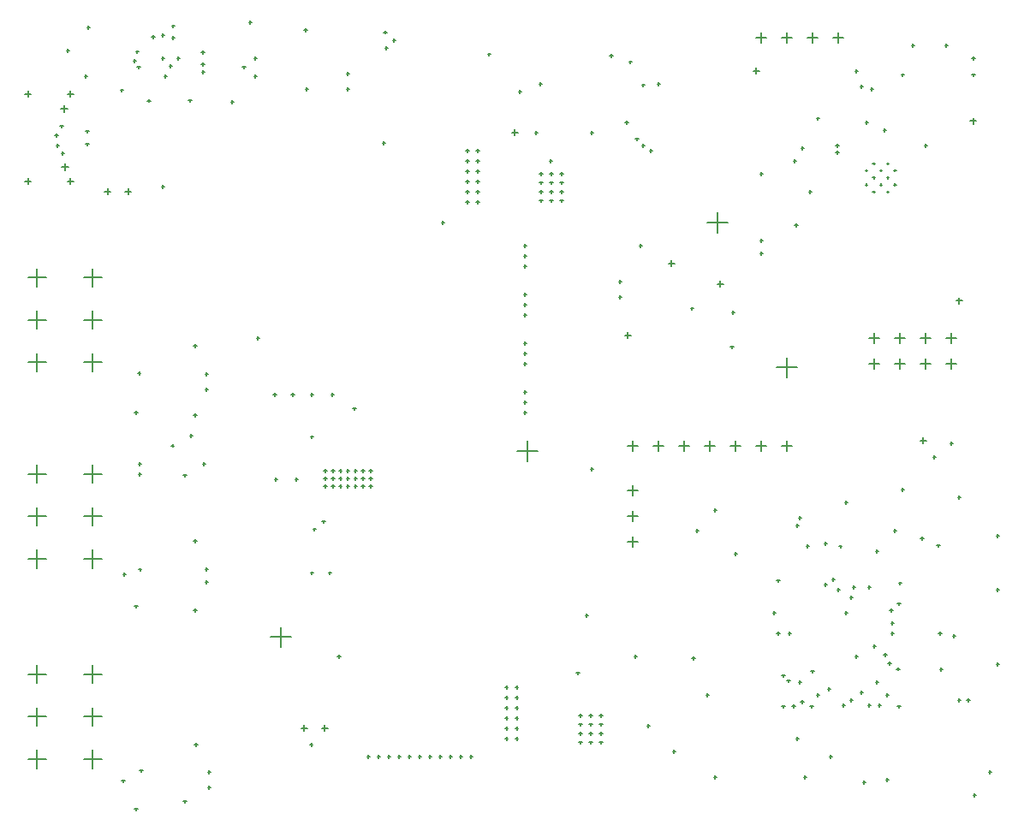
<source format=gbr>
%TF.GenerationSoftware,Altium Limited,Altium Designer,24.4.1 (13)*%
G04 Layer_Color=128*
%FSLAX45Y45*%
%MOMM*%
%TF.SameCoordinates,7BA59CB3-8EBC-4C6A-B4C6-80429C3BB8AE*%
%TF.FilePolarity,Positive*%
%TF.FileFunction,Drillmap*%
%TF.Part,Single*%
G01*
G75*
%TA.AperFunction,NonConductor*%
%ADD96C,0.12700*%
D96*
X3128980Y9862220D02*
X3193980D01*
X3161480Y9829720D02*
Y9894720D01*
X3142200Y9286800D02*
X3207200D01*
X3174700Y9254300D02*
Y9319300D01*
X3194700Y9143800D02*
X3254700D01*
X3224700Y9113800D02*
Y9173800D01*
X3194700Y10007800D02*
X3254700D01*
X3224700Y9977800D02*
Y10037800D01*
X2776700Y9143800D02*
X2836700D01*
X2806700Y9113800D02*
Y9173800D01*
X2776700Y10007800D02*
X2836700D01*
X2806700Y9977800D02*
Y10037800D01*
X8737400Y6527800D02*
X8839400D01*
X8788400Y6476800D02*
Y6578800D01*
X8991400Y6527800D02*
X9093400D01*
X9042400Y6476800D02*
Y6578800D01*
X9245400Y6527800D02*
X9347400D01*
X9296400Y6476800D02*
Y6578800D01*
X9499400Y6527800D02*
X9601400D01*
X9550400Y6476800D02*
Y6578800D01*
X9753400Y6527800D02*
X9855400D01*
X9804400Y6476800D02*
Y6578800D01*
X10007400Y6527800D02*
X10109400D01*
X10058400Y6476800D02*
Y6578800D01*
X10261400Y6527800D02*
X10363400D01*
X10312400Y6476800D02*
Y6578800D01*
X9526600Y8737600D02*
X9726600D01*
X9626600Y8637600D02*
Y8837600D01*
X10212400Y7302500D02*
X10412400D01*
X10312400Y7202500D02*
Y7402500D01*
X5208600Y4635500D02*
X5408600D01*
X5308600Y4535500D02*
Y4735500D01*
X7647000Y6477000D02*
X7847000D01*
X7747000Y6377000D02*
Y6577000D01*
X11299800Y9321800D02*
X11319800D01*
X11309800Y9311800D02*
Y9331800D01*
X11089800Y9111800D02*
X11109800D01*
X11099800Y9101800D02*
Y9121800D01*
X11089800Y9251800D02*
X11109800D01*
X11099800Y9241800D02*
Y9261800D01*
X11229800Y9111800D02*
X11249800D01*
X11239800Y9101800D02*
Y9121800D01*
X11229800Y9251800D02*
X11249800D01*
X11239800Y9241800D02*
Y9261800D01*
X11369800Y9111800D02*
X11389800D01*
X11379800Y9101800D02*
Y9121800D01*
X11369800Y9251800D02*
X11389800D01*
X11379800Y9241800D02*
Y9261800D01*
X11159800Y9041800D02*
X11179800D01*
X11169800Y9031800D02*
Y9051800D01*
X11159800Y9181800D02*
X11179800D01*
X11169800Y9171800D02*
Y9191800D01*
X11159800Y9321800D02*
X11179800D01*
X11169800Y9311800D02*
Y9331800D01*
X11299800Y9041800D02*
X11319800D01*
X11309800Y9031800D02*
Y9051800D01*
X11299800Y9181800D02*
X11319800D01*
X11309800Y9171800D02*
Y9191800D01*
X8737400Y6083300D02*
X8839400D01*
X8788400Y6032300D02*
Y6134300D01*
X8737400Y5829300D02*
X8839400D01*
X8788400Y5778300D02*
Y5880300D01*
X8737400Y5575300D02*
X8839400D01*
X8788400Y5524300D02*
Y5626300D01*
X10769400Y10566400D02*
X10871400D01*
X10820400Y10515400D02*
Y10617400D01*
X10515400Y10566400D02*
X10617400D01*
X10566400Y10515400D02*
Y10617400D01*
X10261400Y10566400D02*
X10363400D01*
X10312400Y10515400D02*
Y10617400D01*
X10007400Y10566400D02*
X10109400D01*
X10058400Y10515400D02*
Y10617400D01*
X11887000Y7594600D02*
X11989000D01*
X11938000Y7543600D02*
Y7645600D01*
X11887000Y7340600D02*
X11989000D01*
X11938000Y7289600D02*
Y7391600D01*
X11633000Y7594600D02*
X11735000D01*
X11684000Y7543600D02*
Y7645600D01*
X11633000Y7340600D02*
X11735000D01*
X11684000Y7289600D02*
Y7391600D01*
X11379000Y7594600D02*
X11481000D01*
X11430000Y7543600D02*
Y7645600D01*
X11379000Y7340600D02*
X11481000D01*
X11430000Y7289600D02*
Y7391600D01*
X11125000Y7594600D02*
X11227000D01*
X11176000Y7543600D02*
Y7645600D01*
X11125000Y7340600D02*
X11227000D01*
X11176000Y7289600D02*
Y7391600D01*
X2805600Y7352400D02*
X2985600D01*
X2895600Y7262400D02*
Y7442400D01*
X2805600Y7772400D02*
X2985600D01*
X2895600Y7682400D02*
Y7862400D01*
X2805600Y8192400D02*
X2985600D01*
X2895600Y8102400D02*
Y8282400D01*
X3355600Y7352400D02*
X3535600D01*
X3445600Y7262400D02*
Y7442400D01*
X3355600Y7772400D02*
X3535600D01*
X3445600Y7682400D02*
Y7862400D01*
X3355600Y8192400D02*
X3535600D01*
X3445600Y8102400D02*
Y8282400D01*
X2805600Y5408400D02*
X2985600D01*
X2895600Y5318400D02*
Y5498400D01*
X2805600Y5828400D02*
X2985600D01*
X2895600Y5738400D02*
Y5918400D01*
X2805600Y6248400D02*
X2985600D01*
X2895600Y6158400D02*
Y6338400D01*
X3355600Y5408400D02*
X3535600D01*
X3445600Y5318400D02*
Y5498400D01*
X3355600Y5828400D02*
X3535600D01*
X3445600Y5738400D02*
Y5918400D01*
X3355600Y6248400D02*
X3535600D01*
X3445600Y6158400D02*
Y6338400D01*
X2805600Y3427200D02*
X2985600D01*
X2895600Y3337200D02*
Y3517200D01*
X2805600Y3847200D02*
X2985600D01*
X2895600Y3757200D02*
Y3937200D01*
X2805600Y4267200D02*
X2985600D01*
X2895600Y4177200D02*
Y4357200D01*
X3355600Y3427200D02*
X3535600D01*
X3445600Y3337200D02*
Y3517200D01*
X3355600Y3847200D02*
X3535600D01*
X3445600Y3757200D02*
Y3937200D01*
X3355600Y4267200D02*
X3535600D01*
X3445600Y4177200D02*
Y4357200D01*
X11999200Y4013200D02*
X12029200D01*
X12014200Y3998200D02*
Y4028200D01*
X12088100Y4013200D02*
X12118100D01*
X12103100Y3998200D02*
Y4028200D01*
X10548284Y4295716D02*
X10578284D01*
X10563284Y4280716D02*
Y4310716D01*
X11792884Y5540316D02*
X11822884D01*
X11807884Y5525316D02*
Y5555316D01*
X11415000Y5168900D02*
X11445000D01*
X11430000Y5153900D02*
Y5183900D01*
X11326100Y4902200D02*
X11356100D01*
X11341100Y4887200D02*
Y4917200D01*
X11402300Y4965700D02*
X11432300D01*
X11417300Y4950700D02*
Y4980700D01*
X10399000Y5740400D02*
X10429000D01*
X10414000Y5725400D02*
Y5755400D01*
X10500600Y5537200D02*
X10530600D01*
X10515600Y5522200D02*
Y5552200D01*
X10792700Y9499600D02*
X10822700D01*
X10807700Y9484600D02*
Y9514600D01*
X10792700Y9429200D02*
X10822700D01*
X10807700Y9414200D02*
Y9444200D01*
X3071100Y9601200D02*
X3101100D01*
X3086100Y9586200D02*
Y9616200D01*
X3083800Y9499600D02*
X3113800D01*
X3098800Y9484600D02*
Y9514600D01*
X10373600Y9347200D02*
X10403600D01*
X10388600Y9332200D02*
Y9362200D01*
X10449800Y9474200D02*
X10479800D01*
X10464800Y9459200D02*
Y9489200D01*
X10602200Y9765716D02*
X10632200D01*
X10617200Y9750716D02*
Y9780716D01*
X3375900Y9512300D02*
X3405900D01*
X3390900Y9497300D02*
Y9527300D01*
X3375900Y9639300D02*
X3405900D01*
X3390900Y9624300D02*
Y9654300D01*
X7706600Y7442200D02*
X7736600D01*
X7721600Y7427200D02*
Y7457200D01*
X7706600Y7543800D02*
X7736600D01*
X7721600Y7528800D02*
Y7558800D01*
X7706600Y7340600D02*
X7736600D01*
X7721600Y7325600D02*
Y7355600D01*
X7706600Y7924800D02*
X7736600D01*
X7721600Y7909800D02*
Y7939800D01*
X7706600Y8026400D02*
X7736600D01*
X7721600Y8011400D02*
Y8041400D01*
X7706600Y8407400D02*
X7736600D01*
X7721600Y8392400D02*
Y8422400D01*
X7706600Y7823200D02*
X7736600D01*
X7721600Y7808200D02*
Y7838200D01*
X7706600Y8305800D02*
X7736600D01*
X7721600Y8290800D02*
Y8320800D01*
X7706600Y8509000D02*
X7736600D01*
X7721600Y8494000D02*
Y8524000D01*
X3121900Y9690100D02*
X3151900D01*
X3136900Y9675100D02*
Y9705100D01*
X3134600Y9423400D02*
X3164600D01*
X3149600Y9408400D02*
Y9438400D01*
X8849600Y8509000D02*
X8879600D01*
X8864600Y8494000D02*
Y8524000D01*
X5593320Y3573780D02*
X5623320D01*
X5608320Y3558780D02*
Y3588780D01*
X9586200Y3251200D02*
X9616200D01*
X9601200Y3236200D02*
Y3266200D01*
X9179800Y3505200D02*
X9209800D01*
X9194800Y3490200D02*
Y3520200D01*
X7173200Y3454400D02*
X7203200D01*
X7188200Y3439400D02*
Y3469400D01*
X6868400Y3454400D02*
X6898400D01*
X6883400Y3439400D02*
Y3469400D01*
X6766800Y3454400D02*
X6796800D01*
X6781800Y3439400D02*
Y3469400D01*
X6563600Y3454400D02*
X6593600D01*
X6578600Y3439400D02*
Y3469400D01*
X6258800Y3454400D02*
X6288800D01*
X6273800Y3439400D02*
Y3469400D01*
X6970000Y3454400D02*
X7000000D01*
X6985000Y3439400D02*
Y3469400D01*
X6360400Y3454400D02*
X6390400D01*
X6375400Y3439400D02*
Y3469400D01*
X7071600Y3454400D02*
X7101600D01*
X7086600Y3439400D02*
Y3469400D01*
X6665200Y3454400D02*
X6695200D01*
X6680200Y3439400D02*
Y3469400D01*
X6462000Y3454400D02*
X6492000D01*
X6477000Y3439400D02*
Y3469400D01*
X6157200Y3454400D02*
X6187200D01*
X6172200Y3439400D02*
Y3469400D01*
X9372840Y4424680D02*
X9402840D01*
X9387840Y4409680D02*
Y4439680D01*
X9764000Y7848600D02*
X9794000D01*
X9779000Y7833600D02*
Y7863600D01*
X11440400Y10198100D02*
X11470400D01*
X11455400Y10183100D02*
Y10213100D01*
X11923000Y6553200D02*
X11953000D01*
X11938000Y6538200D02*
Y6568200D01*
X4150600Y10185400D02*
X4180600D01*
X4165600Y10170400D02*
Y10200400D01*
X4277600Y10363200D02*
X4307600D01*
X4292600Y10348200D02*
Y10378200D01*
X4125200Y10363200D02*
X4155200D01*
X4140200Y10348200D02*
Y10378200D01*
X4201400Y10287000D02*
X4231400D01*
X4216400Y10272000D02*
Y10302000D01*
X3988040Y9941560D02*
X4018040D01*
X4003040Y9926560D02*
Y9956560D01*
X5039600Y10185400D02*
X5069600D01*
X5054600Y10170400D02*
Y10200400D01*
X4811000Y9931400D02*
X4841000D01*
X4826000Y9916400D02*
Y9946400D01*
X5039600Y10363200D02*
X5069600D01*
X5054600Y10348200D02*
Y10378200D01*
X4988800Y10718800D02*
X5018800D01*
X5003800Y10703800D02*
Y10733800D01*
X3388600Y10668000D02*
X3418600D01*
X3403600Y10653000D02*
Y10683000D01*
X3185400Y10439400D02*
X3215400D01*
X3200400Y10424400D02*
Y10454400D01*
X3363200Y10185400D02*
X3393200D01*
X3378200Y10170400D02*
Y10200400D01*
X10805400Y5105400D02*
X10835400D01*
X10820400Y5090400D02*
Y5120400D01*
X10957800Y5130800D02*
X10987800D01*
X10972800Y5115800D02*
Y5145800D01*
X9510000Y4064000D02*
X9540000D01*
X9525000Y4049000D02*
Y4079000D01*
X11186400Y4191000D02*
X11216400D01*
X11201400Y4176000D02*
Y4206000D01*
X11288000Y4064000D02*
X11318000D01*
X11303000Y4049000D02*
Y4079000D01*
X10983200Y4445000D02*
X11013200D01*
X10998200Y4430000D02*
Y4460000D01*
X10881600Y4876800D02*
X10911600D01*
X10896600Y4861800D02*
Y4891800D01*
X10322800Y4673600D02*
X10352800D01*
X10337800Y4658600D02*
Y4688600D01*
X9789400Y5461000D02*
X9819400D01*
X9804400Y5446000D02*
Y5476000D01*
X9408400Y5689600D02*
X9438400D01*
X9423400Y5674600D02*
Y5704600D01*
X11440400Y6096000D02*
X11470400D01*
X11455400Y6081000D02*
Y6111000D01*
X11999200Y6019800D02*
X12029200D01*
X12014200Y6004800D02*
Y6034800D01*
X11288000Y3225800D02*
X11318000D01*
X11303000Y3210800D02*
Y3240800D01*
X12380200Y5638800D02*
X12410200D01*
X12395200Y5623800D02*
Y5653800D01*
X12380200Y5105400D02*
X12410200D01*
X12395200Y5090400D02*
Y5120400D01*
X12380200Y4368800D02*
X12410200D01*
X12395200Y4353800D02*
Y4383800D01*
X12304000Y3302000D02*
X12334000D01*
X12319000Y3287000D02*
Y3317000D01*
X12151600Y3073400D02*
X12181600D01*
X12166600Y3058400D02*
Y3088400D01*
X10729200Y3454400D02*
X10759200D01*
X10744200Y3439400D02*
Y3469400D01*
X11059400Y3200400D02*
X11089400D01*
X11074400Y3185400D02*
Y3215400D01*
X10475200Y3251200D02*
X10505200D01*
X10490200Y3236200D02*
Y3266200D01*
X8798800Y4445000D02*
X8828800D01*
X8813800Y4430000D02*
Y4460000D01*
X8925800Y3759200D02*
X8955800D01*
X8940800Y3744200D02*
Y3774200D01*
X8316200Y4851400D02*
X8346200D01*
X8331200Y4836400D02*
Y4866400D01*
X8367000Y6299200D02*
X8397000D01*
X8382000Y6284200D02*
Y6314200D01*
X11821400Y4318000D02*
X11851400D01*
X11836400Y4303000D02*
Y4333000D01*
X10983200Y10236200D02*
X11013200D01*
X10998200Y10221200D02*
Y10251200D01*
X3564100Y9042400D02*
X3624100D01*
X3594100Y9012400D02*
Y9072400D01*
X3767300Y9042400D02*
X3827300D01*
X3797300Y9012400D02*
Y9072400D01*
X8748000Y10325100D02*
X8778000D01*
X8763000Y10310100D02*
Y10340100D01*
X8557500Y10388600D02*
X8587500D01*
X8572500Y10373600D02*
Y10403600D01*
X11984200Y7962900D02*
X12044200D01*
X12014200Y7932900D02*
Y7992900D01*
X12123900Y9740900D02*
X12183900D01*
X12153900Y9710900D02*
Y9770900D01*
X12138900Y10198100D02*
X12168900D01*
X12153900Y10183100D02*
Y10213100D01*
X12138900Y10363200D02*
X12168900D01*
X12153900Y10348200D02*
Y10378200D01*
X9357600Y7886700D02*
X9387600D01*
X9372600Y7871700D02*
Y7901700D01*
X9751300Y7505700D02*
X9781300D01*
X9766300Y7490700D02*
Y7520700D01*
X9622000Y8128000D02*
X9682000D01*
X9652000Y8098000D02*
Y8158000D01*
X8646400Y8001000D02*
X8676400D01*
X8661400Y7986000D02*
Y8016000D01*
X8646400Y8153400D02*
X8676400D01*
X8661400Y8138400D02*
Y8168400D01*
X8707600Y7620000D02*
X8767600D01*
X8737600Y7590000D02*
Y7650000D01*
X9139400Y8331200D02*
X9199400D01*
X9169400Y8301200D02*
Y8361200D01*
X7590000Y9626600D02*
X7650000D01*
X7620000Y9596600D02*
Y9656600D01*
X9977600Y10236200D02*
X10037600D01*
X10007600Y10206200D02*
Y10266200D01*
X11872200Y10490200D02*
X11902200D01*
X11887200Y10475200D02*
Y10505200D01*
X11542000Y10490200D02*
X11572000D01*
X11557000Y10475200D02*
Y10505200D01*
X7655800Y10033000D02*
X7685800D01*
X7670800Y10018000D02*
Y10048000D01*
X11034000Y10083800D02*
X11064000D01*
X11049000Y10068800D02*
Y10098800D01*
X11135600Y10058400D02*
X11165600D01*
X11150600Y10043400D02*
Y10073400D01*
X5710400Y3733800D02*
X5770400D01*
X5740400Y3703800D02*
Y3763800D01*
X5507200Y3733800D02*
X5567200D01*
X5537200Y3703800D02*
Y3763800D01*
X11628600Y6578600D02*
X11688600D01*
X11658600Y6548600D02*
Y6608600D01*
X10678400Y5562600D02*
X10708400D01*
X10693400Y5547600D02*
Y5577600D01*
X10399000Y3632200D02*
X10429000D01*
X10414000Y3617200D02*
Y3647200D01*
X10170400Y4876800D02*
X10200400D01*
X10185400Y4861800D02*
Y4891800D01*
X10424400Y5816600D02*
X10454400D01*
X10439400Y5801600D02*
Y5831600D01*
X7706600Y6858000D02*
X7736600D01*
X7721600Y6843000D02*
Y6873000D01*
X11262600Y9652000D02*
X11292600D01*
X11277600Y9637000D02*
Y9667000D01*
X11084800Y9728200D02*
X11114800D01*
X11099800Y9713200D02*
Y9743200D01*
X11669000Y9499600D02*
X11699000D01*
X11684000Y9484600D02*
Y9514600D01*
X10424400Y4191000D02*
X10454400D01*
X10439400Y4176000D02*
Y4206000D01*
X11186400Y5486400D02*
X11216400D01*
X11201400Y5471400D02*
Y5501400D01*
X10526000Y9042400D02*
X10556000D01*
X10541000Y9027400D02*
Y9057400D01*
X10932400Y5029200D02*
X10962400D01*
X10947400Y5014200D02*
Y5044200D01*
X11110200Y5130800D02*
X11140200D01*
X11125200Y5115800D02*
Y5145800D01*
X10678400Y5156200D02*
X10708400D01*
X10693400Y5141200D02*
Y5171200D01*
X10754600Y5207000D02*
X10784600D01*
X10769600Y5192000D02*
Y5222000D01*
X9586200Y5892800D02*
X9616200D01*
X9601200Y5877800D02*
Y5907800D01*
X10363440Y3952240D02*
X10393440D01*
X10378440Y3937240D02*
Y3967240D01*
X10043400Y9220200D02*
X10073400D01*
X10058400Y9205200D02*
Y9235200D01*
X7960600Y9347200D02*
X7990600D01*
X7975600Y9332200D02*
Y9362200D01*
X11630900Y5613400D02*
X11660900D01*
X11645900Y5598400D02*
Y5628400D01*
X11755360Y6418580D02*
X11785360D01*
X11770360Y6403580D02*
Y6433580D01*
X11162123Y4546600D02*
X11192123D01*
X11177123Y4531600D02*
Y4561600D01*
X11364200Y5689600D02*
X11394200D01*
X11379200Y5674600D02*
Y5704600D01*
X9027400Y10109200D02*
X9057400D01*
X9042400Y10094200D02*
Y10124200D01*
X8951200Y9448800D02*
X8981200D01*
X8966200Y9433800D02*
Y9463800D01*
X11211800Y3962400D02*
X11241800D01*
X11226800Y3947400D02*
Y3977400D01*
X11808700Y4673600D02*
X11838700D01*
X11823700Y4658600D02*
Y4688600D01*
X11948400Y4648200D02*
X11978400D01*
X11963400Y4633200D02*
Y4663200D01*
X11338800Y4673600D02*
X11368800D01*
X11353800Y4658600D02*
Y4688600D01*
X11338800Y4775200D02*
X11368800D01*
X11353800Y4760200D02*
Y4790200D01*
X10043400Y8559800D02*
X10073400D01*
X10058400Y8544800D02*
Y8574800D01*
X10043400Y8432800D02*
X10073400D01*
X10058400Y8417800D02*
Y8447800D01*
X3896600Y6350000D02*
X3926600D01*
X3911600Y6335000D02*
Y6365000D01*
X3896600Y6248400D02*
X3926600D01*
X3911600Y6233400D02*
Y6263400D01*
X8709900Y9728200D02*
X8739900D01*
X8724900Y9713200D02*
Y9743200D01*
X5065000Y7594600D02*
X5095000D01*
X5080000Y7579600D02*
Y7609600D01*
X4341100Y6235700D02*
X4371100D01*
X4356100Y6220700D02*
Y6250700D01*
X8875000Y10096500D02*
X8905000D01*
X8890000Y10081500D02*
Y10111500D01*
X8811500Y9563100D02*
X8841500D01*
X8826500Y9548100D02*
Y9578100D01*
X8875000Y9499600D02*
X8905000D01*
X8890000Y9484600D02*
Y9514600D01*
X8367000Y9626600D02*
X8397000D01*
X8382000Y9611600D02*
Y9641600D01*
X6017500Y6896100D02*
X6047500D01*
X6032500Y6881100D02*
Y6911100D01*
X7859000Y10109200D02*
X7889000D01*
X7874000Y10094200D02*
Y10124200D01*
X7351000Y10401300D02*
X7381000D01*
X7366000Y10386300D02*
Y10416300D01*
X7816753Y9626247D02*
X7846753D01*
X7831753Y9611247D02*
Y9641247D01*
X7865013Y9130947D02*
X7895013D01*
X7880013Y9115947D02*
Y9145947D01*
X8068213Y9219847D02*
X8098213D01*
X8083213Y9204847D02*
Y9234847D01*
X7966613Y9219847D02*
X7996613D01*
X7981613Y9204847D02*
Y9234847D01*
X7865013Y9219847D02*
X7895013D01*
X7880013Y9204847D02*
Y9234847D01*
X7966613Y9130947D02*
X7996613D01*
X7981613Y9115947D02*
Y9145947D01*
X8068213Y9130947D02*
X8098213D01*
X8083213Y9115947D02*
Y9145947D01*
X8068213Y9042047D02*
X8098213D01*
X8083213Y9027047D02*
Y9057047D01*
X7966613Y9042047D02*
X7996613D01*
X7981613Y9027047D02*
Y9057047D01*
X7865013Y9042047D02*
X7895013D01*
X7880013Y9027047D02*
Y9057047D01*
X7865013Y8953147D02*
X7895013D01*
X7880013Y8938147D02*
Y8968147D01*
X7966613Y8953147D02*
X7996613D01*
X7981613Y8938147D02*
Y8968147D01*
X8068213Y8953147D02*
X8098213D01*
X8083213Y8938147D02*
Y8968147D01*
X8455900Y3594100D02*
X8485900D01*
X8470900Y3579100D02*
Y3609100D01*
X8354300Y3594100D02*
X8384300D01*
X8369300Y3579100D02*
Y3609100D01*
X8252700Y3594100D02*
X8282700D01*
X8267700Y3579100D02*
Y3609100D01*
X8252700Y3683000D02*
X8282700D01*
X8267700Y3668000D02*
Y3698000D01*
X8354300Y3683000D02*
X8384300D01*
X8369300Y3668000D02*
Y3698000D01*
X8455900Y3683000D02*
X8485900D01*
X8470900Y3668000D02*
Y3698000D01*
X8455900Y3771900D02*
X8485900D01*
X8470900Y3756900D02*
Y3786900D01*
X8354300Y3771900D02*
X8384300D01*
X8369300Y3756900D02*
Y3786900D01*
X8252700Y3860800D02*
X8282700D01*
X8267700Y3845800D02*
Y3875800D01*
X8354300Y3860800D02*
X8384300D01*
X8369300Y3845800D02*
Y3875800D01*
X8455900Y3860800D02*
X8485900D01*
X8470900Y3845800D02*
Y3875800D01*
X8252700Y3771900D02*
X8282700D01*
X8267700Y3756900D02*
Y3786900D01*
X8227300Y4279900D02*
X8257300D01*
X8242300Y4264900D02*
Y4294900D01*
X7240173Y9245247D02*
X7270173D01*
X7255173Y9230247D02*
Y9260247D01*
X7240173Y9143647D02*
X7270173D01*
X7255173Y9128647D02*
Y9158647D01*
X7240173Y9042047D02*
X7270173D01*
X7255173Y9027047D02*
Y9057047D01*
X7240173Y8940447D02*
X7270173D01*
X7255173Y8925447D02*
Y8955447D01*
X7138573Y8940447D02*
X7168573D01*
X7153573Y8925447D02*
Y8955447D01*
X7138573Y9042047D02*
X7168573D01*
X7153573Y9027047D02*
Y9057047D01*
X7138573Y9143647D02*
X7168573D01*
X7153573Y9128647D02*
Y9158647D01*
X7138573Y9245247D02*
X7168573D01*
X7153573Y9230247D02*
Y9260247D01*
X7138573Y9346847D02*
X7168573D01*
X7153573Y9331847D02*
Y9361847D01*
X7240173Y9346847D02*
X7270173D01*
X7255173Y9331847D02*
Y9361847D01*
X7240173Y9448447D02*
X7270173D01*
X7255173Y9433447D02*
Y9463447D01*
X7138573Y9448447D02*
X7168573D01*
X7153573Y9433447D02*
Y9463447D01*
X7706600Y7061200D02*
X7736600D01*
X7721600Y7046200D02*
Y7076200D01*
X7706600Y6959600D02*
X7736600D01*
X7721600Y6944600D02*
Y6974600D01*
X5407900Y7035800D02*
X5437900D01*
X5422900Y7020800D02*
Y7050800D01*
X5230100Y7035800D02*
X5260100D01*
X5245100Y7020800D02*
Y7050800D01*
X5801600Y7035800D02*
X5831600D01*
X5816600Y7020800D02*
Y7050800D01*
X5598400Y7035800D02*
X5628400D01*
X5613400Y7020800D02*
Y7050800D01*
X7523720Y4140200D02*
X7553720D01*
X7538720Y4125200D02*
Y4155200D01*
X7625320Y4140200D02*
X7655320D01*
X7640320Y4125200D02*
Y4155200D01*
X7625320Y4038600D02*
X7655320D01*
X7640320Y4023600D02*
Y4053600D01*
X7523720Y4038600D02*
X7553720D01*
X7538720Y4023600D02*
Y4053600D01*
X7523720Y3937000D02*
X7553720D01*
X7538720Y3922000D02*
Y3952000D01*
X7523720Y3835400D02*
X7553720D01*
X7538720Y3820400D02*
Y3850400D01*
X7523720Y3733800D02*
X7553720D01*
X7538720Y3718800D02*
Y3748800D01*
X7523720Y3632200D02*
X7553720D01*
X7538720Y3617200D02*
Y3647200D01*
X7625320Y3632200D02*
X7655320D01*
X7640320Y3617200D02*
Y3647200D01*
X7625320Y3733800D02*
X7655320D01*
X7640320Y3718800D02*
Y3748800D01*
X7625320Y3835400D02*
X7655320D01*
X7640320Y3820400D02*
Y3850400D01*
X7625320Y3937000D02*
X7655320D01*
X7640320Y3922000D02*
Y3952000D01*
X5865100Y4445000D02*
X5895100D01*
X5880100Y4430000D02*
Y4460000D01*
X5446000Y6197600D02*
X5476000D01*
X5461000Y6182600D02*
Y6212600D01*
X5242800Y6197600D02*
X5272800D01*
X5257800Y6182600D02*
Y6212600D01*
X10386300Y8712200D02*
X10416300D01*
X10401300Y8697200D02*
Y8727200D01*
X5534900Y10642600D02*
X5564900D01*
X5549900Y10627600D02*
Y10657600D01*
X3718800Y10045700D02*
X3748800D01*
X3733800Y10030700D02*
Y10060700D01*
X4226800Y10680700D02*
X4256800D01*
X4241800Y10665700D02*
Y10695700D01*
X4925300Y10274300D02*
X4955300D01*
X4940300Y10259300D02*
Y10289300D01*
X4391900Y9944100D02*
X4421900D01*
X4406900Y9929100D02*
Y9959100D01*
X4523404Y10226616D02*
X4553404D01*
X4538404Y10211616D02*
Y10241616D01*
X4518900Y10421620D02*
X4548900D01*
X4533900Y10406620D02*
Y10436620D01*
X6893800Y8737600D02*
X6923800D01*
X6908800Y8722600D02*
Y8752600D01*
X6309600Y9525000D02*
X6339600D01*
X6324600Y9510000D02*
Y9540000D01*
X6322300Y10619300D02*
X6352300D01*
X6337300Y10604300D02*
Y10634300D01*
X6411200Y10541000D02*
X6441200D01*
X6426200Y10526000D02*
Y10556000D01*
X6335000Y10464800D02*
X6365000D01*
X6350000Y10449800D02*
Y10479800D01*
X5954000Y10210800D02*
X5984000D01*
X5969000Y10195800D02*
Y10225800D01*
X5954000Y10058400D02*
X5984000D01*
X5969000Y10043400D02*
Y10073400D01*
X5547600Y10058400D02*
X5577600D01*
X5562600Y10043400D02*
Y10073400D01*
X4404600Y6629400D02*
X4434600D01*
X4419600Y6614400D02*
Y6644400D01*
X4220429Y6530446D02*
X4250429D01*
X4235429Y6515446D02*
Y6545446D01*
X4531600Y6350000D02*
X4561600D01*
X4546600Y6335000D02*
Y6365000D01*
X3858500Y2933700D02*
X3888500D01*
X3873500Y2918700D02*
Y2948700D01*
X4557000Y7086600D02*
X4587000D01*
X4572000Y7071600D02*
Y7101600D01*
X4557000Y7239000D02*
X4587000D01*
X4572000Y7224000D02*
Y7254000D01*
X4557000Y5181600D02*
X4587000D01*
X4572000Y5166600D02*
Y5196600D01*
X4557000Y5308600D02*
X4587000D01*
X4572000Y5293600D02*
Y5323600D01*
X4582400Y3302000D02*
X4612400D01*
X4597400Y3287000D02*
Y3317000D01*
X4582400Y3149600D02*
X4612400D01*
X4597400Y3134600D02*
Y3164600D01*
X3744200Y5257800D02*
X3774200D01*
X3759200Y5242800D02*
Y5272800D01*
X3731500Y3213100D02*
X3761500D01*
X3746500Y3198100D02*
Y3228100D01*
X10208500Y5194300D02*
X10238500D01*
X10223500Y5179300D02*
Y5209300D01*
X10856200Y3962400D02*
X10886200D01*
X10871200Y3947400D02*
Y3977400D01*
X10932400Y4013200D02*
X10962400D01*
X10947400Y3998200D02*
Y4028200D01*
X11034000Y4089400D02*
X11064000D01*
X11049000Y4074400D02*
Y4104400D01*
X11110200Y3962400D02*
X11140200D01*
X11125200Y3947400D02*
Y3977400D01*
X10538700Y3949700D02*
X10568700D01*
X10553700Y3934700D02*
Y3964700D01*
X10602200Y4064000D02*
X10632200D01*
X10617200Y4049000D02*
Y4079000D01*
X10713960Y4122420D02*
X10743960D01*
X10728960Y4107420D02*
Y4137420D01*
X10259300Y3949700D02*
X10289300D01*
X10274300Y3934700D02*
Y3964700D01*
X10447260Y3995420D02*
X10477260D01*
X10462260Y3980420D02*
Y4010420D01*
X4452860Y3573780D02*
X4482860D01*
X4467860Y3558780D02*
Y3588780D01*
X11394680Y4320540D02*
X11424680D01*
X11409680Y4305540D02*
Y4335540D01*
X11310860Y4373880D02*
X11340860D01*
X11325860Y4358880D02*
Y4388880D01*
X11270220Y4462780D02*
X11300220D01*
X11285220Y4447780D02*
Y4477780D01*
X3909300Y3314700D02*
X3939300D01*
X3924300Y3299700D02*
Y3329700D01*
X10825720Y5532120D02*
X10855720D01*
X10840720Y5517120D02*
Y5547120D01*
X10881600Y5969000D02*
X10911600D01*
X10896600Y5954000D02*
Y5984000D01*
X10208500Y4673600D02*
X10238500D01*
X10223500Y4658600D02*
Y4688600D01*
X11402300Y3949700D02*
X11432300D01*
X11417300Y3934700D02*
Y3964700D01*
X10310100Y4203700D02*
X10340100D01*
X10325100Y4188700D02*
Y4218700D01*
X10259300Y4254500D02*
X10289300D01*
X10274300Y4239500D02*
Y4269500D01*
X5623800Y5702300D02*
X5653800D01*
X5638800Y5687300D02*
Y5717300D01*
X5712700Y5778500D02*
X5742700D01*
X5727700Y5763500D02*
Y5793500D01*
X5598400Y5270500D02*
X5628400D01*
X5613400Y5255500D02*
Y5285500D01*
X5776200Y5270500D02*
X5806200D01*
X5791200Y5255500D02*
Y5285500D01*
X5598400Y6616700D02*
X5628400D01*
X5613400Y6601700D02*
Y6631700D01*
X5730600Y6129100D02*
X5760600D01*
X5745600Y6114100D02*
Y6144100D01*
X5805600Y6129100D02*
X5835600D01*
X5820600Y6114100D02*
Y6144100D01*
X5880600Y6129100D02*
X5910600D01*
X5895600Y6114100D02*
Y6144100D01*
X5955600Y6129100D02*
X5985600D01*
X5970600Y6114100D02*
Y6144100D01*
X6030600Y6129100D02*
X6060600D01*
X6045600Y6114100D02*
Y6144100D01*
X6105600Y6129100D02*
X6135600D01*
X6120600Y6114100D02*
Y6144100D01*
X6180600Y6129100D02*
X6210600D01*
X6195600Y6114100D02*
Y6144100D01*
X5730600Y6279100D02*
X5760600D01*
X5745600Y6264100D02*
Y6294100D01*
X5805600Y6279100D02*
X5835600D01*
X5820600Y6264100D02*
Y6294100D01*
X5880600Y6279100D02*
X5910600D01*
X5895600Y6264100D02*
Y6294100D01*
X5955600Y6279100D02*
X5985600D01*
X5970600Y6264100D02*
Y6294100D01*
X6030600Y6279100D02*
X6060600D01*
X6045600Y6264100D02*
Y6294100D01*
X6105600Y6279100D02*
X6135600D01*
X6120600Y6264100D02*
Y6294100D01*
X6180600Y6279100D02*
X6210600D01*
X6195600Y6264100D02*
Y6294100D01*
X5730600Y6204100D02*
X5760600D01*
X5745600Y6189100D02*
Y6219100D01*
X5805600Y6204100D02*
X5835600D01*
X5820600Y6189100D02*
Y6219100D01*
X5880600Y6204100D02*
X5910600D01*
X5895600Y6189100D02*
Y6219100D01*
X5955600Y6204100D02*
X5985600D01*
X5970600Y6189100D02*
Y6219100D01*
X6030600Y6204100D02*
X6060600D01*
X6045600Y6189100D02*
Y6219100D01*
X6105600Y6204100D02*
X6135600D01*
X6120600Y6189100D02*
Y6219100D01*
X6180600Y6204100D02*
X6210600D01*
X6195600Y6189100D02*
Y6219100D01*
X4125200Y10591800D02*
X4155200D01*
X4140200Y10576800D02*
Y10606800D01*
X4028680Y10574020D02*
X4058680D01*
X4043680Y10559020D02*
Y10589020D01*
X3871200Y10426700D02*
X3901200D01*
X3886200Y10411700D02*
Y10441700D01*
X3883900Y10274300D02*
X3913900D01*
X3898900Y10259300D02*
Y10289300D01*
X3845800Y10337800D02*
X3875800D01*
X3860800Y10322800D02*
Y10352800D01*
X4226800Y10566400D02*
X4256800D01*
X4241800Y10551400D02*
Y10581400D01*
X4518900Y10304780D02*
X4548900D01*
X4533900Y10289780D02*
Y10319780D01*
X4125200Y9093200D02*
X4155200D01*
X4140200Y9078200D02*
Y9108200D01*
X3891520Y7244080D02*
X3921520D01*
X3906520Y7229080D02*
Y7259080D01*
X3858500Y6858000D02*
X3888500D01*
X3873500Y6843000D02*
Y6873000D01*
X4442700Y7518400D02*
X4472700D01*
X4457700Y7503400D02*
Y7533400D01*
X4442700Y6832600D02*
X4472700D01*
X4457700Y6817600D02*
Y6847600D01*
X3858500Y4940300D02*
X3888500D01*
X3873500Y4925300D02*
Y4955300D01*
X3899140Y5303520D02*
X3929140D01*
X3914140Y5288520D02*
Y5318520D01*
X4442700Y4902200D02*
X4472700D01*
X4457700Y4887200D02*
Y4917200D01*
X4442700Y5588000D02*
X4472700D01*
X4457700Y5573000D02*
Y5603000D01*
X4341100Y3009900D02*
X4371100D01*
X4356100Y2994900D02*
Y3024900D01*
%TF.MD5,1a37b928113e317ff1730e6b8c5f49f2*%
M02*

</source>
